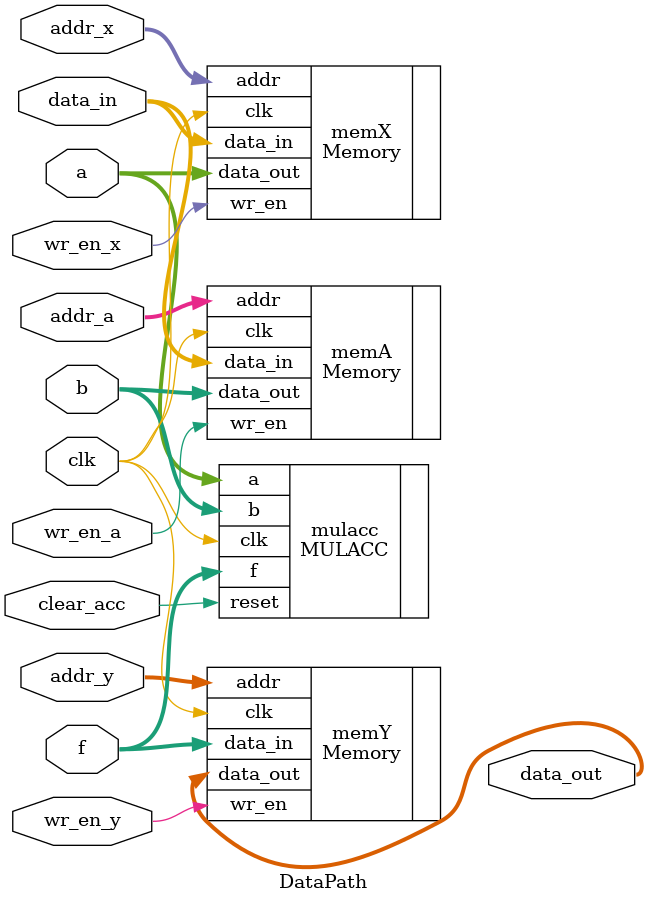
<source format=sv>
module DataPath(clk, addr_x, wr_en_x, addr_a, wr_en_a, addr_y, wr_en_y, clear_acc, data_in, data_out, a, b, f);
  input clk, clear_acc;
  input wr_en_x, wr_en_a, wr_en_y;
  input [3: 0] addr_x;
  input [1: 0] addr_y, addr_a;
  input signed [7: 0] data_in;
  output logic signed [15: 0] data_out;
  
  inout signed [7: 0] a, b;
  inout signed [15: 0] f;
  //wire signed [15:0] data_out1;
  
  Memory #(8, 9, 4) memX(
  .clk(clk), 
  .data_in(data_in), 
  .data_out(a), 
  .addr(addr_x), 
  .wr_en(wr_en_x)
  );
  
  Memory #(8, 3, 2) memA(
  .clk(clk),
  .data_in(data_in),
  .data_out(b),
  .addr(addr_a),
  .wr_en(wr_en_a)
  );
  
  Memory #(16, 3, 2) memY(
  .clk(clk),
  .data_in(f),
  .data_out(data_out),
  .addr(addr_y),
  .wr_en(wr_en_y)
  );
  
  MULACC mulacc(
  .clk(clk),
  .reset(clear_acc),
  .a(a),
  .b(b),
  /*.a(data_in),
  .b(data_in),
  .f(data_out)*/
  .f(f)
  );
  
endmodule
</source>
